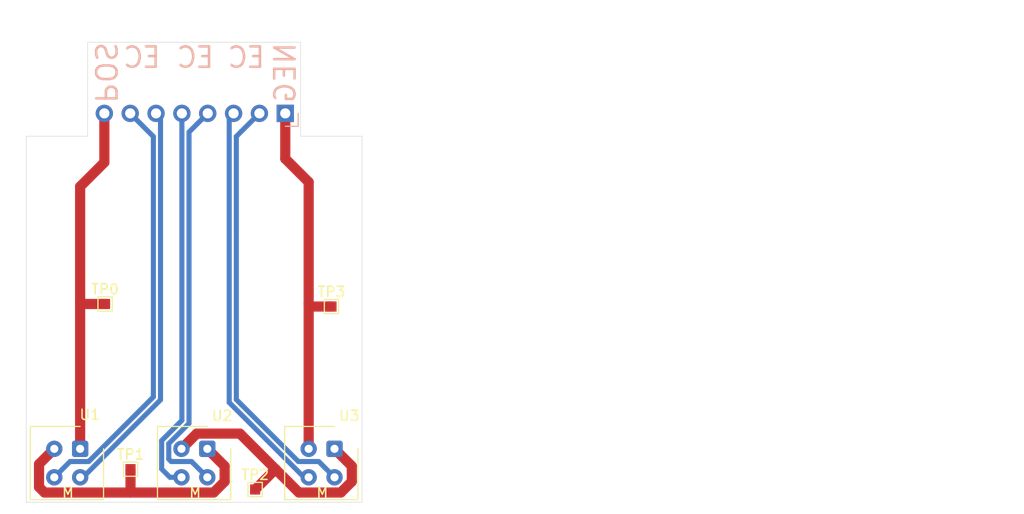
<source format=kicad_pcb>
(kicad_pcb (version 20211014) (generator pcbnew)
  (layers (0 "F.Cu" signal) (31 "B.Cu" signal) (34 "B.Paste" user) (35 "F.Paste" user) (36 "B.SilkS" user "B.Silkscreen") (37 "F.SilkS" user "F.Silkscreen") (38 "B.Mask" user) (39 "F.Mask" user) (44 "Edge.Cuts" user))
  (net 0 "")
  (net 1 "/NEG")
  (net 2 "/E1")
  (net 3 "/C1")
  (net 4 "/POS")
  (net 5 "Net-(TP1-Pad1)")
  (net 6 "/E2")
  (net 7 "/C2")
  (net 8 "/E3")
  (net 9 "/C3")
  (net 10 "Net-(TP2-Pad1)")
  (footprint "Mounting_Holes:MountingHole_3.2mm_M3" (layer "F.Cu") (at 162.75 110)
    (fp_text reference "H1" hide)
    (fp_text value "MountingHole")
    (pad "" np_thru_hole circle locked (at 0 0) (size 3.2 3.2) (drill 3.2) (layers *.Cu *.Mask))
  )
  (footprint "OptoDevice:Vishay_CNY70" (layer "F.Cu") (at 157.8 131 -90)
    (fp_text reference "U1" (at -3.35 -0.95 180) (layer "F.SilkS"))
    (fp_text value "CNY70")
    (fp_text user "M" (at 4.3 1.2 unlocked) (layer "F.SilkS"))
    (fp_line (start -2.2 0) (end -2.2 4.9) (layer "F.SilkS") (width 0.12))
    (fp_line (start 5 4.9) (end 5 -2.3) (layer "F.SilkS") (width 0.12))
    (fp_line (start -2.2 4.9) (end 5 4.9) (layer "F.SilkS") (width 0.12))
    (fp_line (start 5 -2.3) (end 0 -2.3) (layer "F.SilkS") (width 0.12))
    (pad "1" thru_hole roundrect (at 0 0 270) (size 1.6 1.6) (drill 0.8) (layers *.Cu *.Mask) (roundrect_rratio 0.156) (net 4 "/POS"))
    (pad "2" thru_hole circle (at 0 2.54 270) (size 1.6 1.6) (drill 0.8) (layers *.Cu *.Mask) (net 5 "Net-(TP1-Pad1)"))
    (pad "3" thru_hole circle (at 2.8 2.54 270) (size 1.6 1.6) (drill 0.8) (layers *.Cu *.Mask) (net 3 "/C1"))
    (pad "4" thru_hole circle (at 2.8 0 270) (size 1.6 1.6) (drill 0.8) (layers *.Cu *.Mask) (net 2 "/E1"))
  )
  (footprint "OptoDevice:Vishay_CNY70" (layer "F.Cu") (at 170.3 131 -90)
    (fp_text reference "U2" (at -3.25 -1.45 180) (layer "F.SilkS"))
    (fp_text value "CNY70")
    (fp_text user "M" (at 4.3 1.2 unlocked) (layer "F.SilkS"))
    (fp_line (start 5 4.9) (end 5 -2.3) (layer "F.SilkS") (width 0.12))
    (fp_line (start -2.2 4.9) (end 5 4.9) (layer "F.SilkS") (width 0.12))
    (fp_line (start -2.2 0) (end -2.2 4.9) (layer "F.SilkS") (width 0.12))
    (fp_line (start 5 -2.3) (end 0 -2.3) (layer "F.SilkS") (width 0.12))
    (pad "1" thru_hole roundrect (at 0 0 270) (size 1.6 1.6) (drill 0.8) (layers *.Cu *.Mask) (roundrect_rratio 0.156) (net 5 "Net-(TP1-Pad1)"))
    (pad "2" thru_hole circle (at 0 2.54 270) (size 1.6 1.6) (drill 0.8) (layers *.Cu *.Mask) (net 10 "Net-(TP2-Pad1)"))
    (pad "3" thru_hole circle (at 2.8 2.54 270) (size 1.6 1.6) (drill 0.8) (layers *.Cu *.Mask) (net 7 "/C2"))
    (pad "4" thru_hole circle (at 2.8 0 270) (size 1.6 1.6) (drill 0.8) (layers *.Cu *.Mask) (net 6 "/E2"))
  )
  (footprint "Mounting_Holes:MountingHole_3.2mm_M3" (layer "F.Cu") (at 175.25 110)
    (fp_text reference "H2" hide)
    (fp_text value "MountingHole")
    (pad "" np_thru_hole circle locked (at 0 0) (size 3.2 3.2) (drill 3.2) (layers *.Cu *.Mask))
  )
  (footprint "OptoDevice:Vishay_CNY70" (layer "F.Cu") (at 182.8 131 -90)
    (fp_text reference "U3" (at -3.25 -1.45 180) (layer "F.SilkS"))
    (fp_text value "CNY70")
    (fp_text user "M" (at 4.3 1.2 unlocked) (layer "F.SilkS"))
    (fp_line (start -2.2 0) (end -2.2 4.9) (layer "F.SilkS") (width 0.12))
    (fp_line (start 5 4.9) (end 5 -2.3) (layer "F.SilkS") (width 0.12))
    (fp_line (start 5 -2.3) (end 0 -2.3) (layer "F.SilkS") (width 0.12))
    (fp_line (start -2.2 4.9) (end 5 4.9) (layer "F.SilkS") (width 0.12))
    (pad "1" thru_hole roundrect (at 0 0 270) (size 1.6 1.6) (drill 0.8) (layers *.Cu *.Mask) (roundrect_rratio 0.156) (net 10 "Net-(TP2-Pad1)"))
    (pad "2" thru_hole circle (at 0 2.54 270) (size 1.6 1.6) (drill 0.8) (layers *.Cu *.Mask) (net 1 "/NEG"))
    (pad "3" thru_hole circle (at 2.8 2.54 270) (size 1.6 1.6) (drill 0.8) (layers *.Cu *.Mask) (net 9 "/C3"))
    (pad "4" thru_hole circle (at 2.8 0 270) (size 1.6 1.6) (drill 0.8) (layers *.Cu *.Mask) (net 8 "/E3"))
  )
  (footprint "TestPoint:TestPoint_Pad_1.0x1.0mm" (layer "F.Cu") (at 175 135)
    (fp_text reference "TP2" (at 0 -1.448) (layer "F.SilkS"))
    (fp_text value "TestPoint")
    (fp_line (start -0.7 0.7) (end -0.7 -0.7) (layer "F.SilkS") (width 0.12))
    (fp_line (start -0.7 -0.7) (end 0.7 -0.7) (layer "F.SilkS") (width 0.12))
    (fp_line (start 0.7 0.7) (end -0.7 0.7) (layer "F.SilkS") (width 0.12))
    (fp_line (start 0.7 -0.7) (end 0.7 0.7) (layer "F.SilkS") (width 0.12))
    (pad "1" smd rect locked (at 0 0) (size 1 1) (layers "F.Cu" "F.Mask") (net 10 "Net-(TP2-Pad1)"))
  )
  (footprint "TestPoint:TestPoint_Pad_1.0x1.0mm" (layer "F.Cu") (at 182.5 117)
    (fp_text reference "TP3" (at 0 -1.448) (layer "F.SilkS"))
    (fp_text value "TestPoint")
    (fp_line (start -0.7 -0.7) (end 0.7 -0.7) (layer "F.SilkS") (width 0.12))
    (fp_line (start -0.7 0.7) (end -0.7 -0.7) (layer "F.SilkS") (width 0.12))
    (fp_line (start 0.7 -0.7) (end 0.7 0.7) (layer "F.SilkS") (width 0.12))
    (fp_line (start 0.7 0.7) (end -0.7 0.7) (layer "F.SilkS") (width 0.12))
    (pad "1" smd rect locked (at 0 0) (size 1 1) (layers "F.Cu" "F.Mask") (net 1 "/NEG"))
  )
  (footprint "TestPoint:TestPoint_Pad_1.0x1.0mm" (layer "F.Cu") (at 160.25 116.75)
    (fp_text reference "TP0" (at 0 -1.448) (layer "F.SilkS"))
    (fp_text value "TestPoint")
    (fp_line (start 0.7 -0.7) (end 0.7 0.7) (layer "F.SilkS") (width 0.12))
    (fp_line (start -0.7 -0.7) (end 0.7 -0.7) (layer "F.SilkS") (width 0.12))
    (fp_line (start 0.7 0.7) (end -0.7 0.7) (layer "F.SilkS") (width 0.12))
    (fp_line (start -0.7 0.7) (end -0.7 -0.7) (layer "F.SilkS") (width 0.12))
    (pad "1" smd rect locked (at 0 0) (size 1 1) (layers "F.Cu" "F.Mask") (net 4 "/POS"))
  )
  (footprint "TestPoint:TestPoint_Pad_1.0x1.0mm" (layer "F.Cu") (at 162.75 133)
    (fp_text reference "TP1" (at 0 -1.448) (layer "F.SilkS"))
    (fp_text value "TestPoint")
    (fp_line (start 0.7 -0.7) (end 0.7 0.7) (layer "F.SilkS") (width 0.12))
    (fp_line (start 0.7 0.7) (end -0.7 0.7) (layer "F.SilkS") (width 0.12))
    (fp_line (start -0.7 0.7) (end -0.7 -0.7) (layer "F.SilkS") (width 0.12))
    (fp_line (start -0.7 -0.7) (end 0.7 -0.7) (layer "F.SilkS") (width 0.12))
    (pad "1" smd rect locked (at 0 0) (size 1 1) (layers "F.Cu" "F.Mask") (net 5 "Net-(TP1-Pad1)"))
  )
  (footprint "Connector_PinHeader_2.54mm:PinHeader_1x08_P2.54mm_Horizontal" (layer "B.Cu") (at 177.96 98 90)
    (fp_text reference "J1" hide)
    (fp_text value "Conn_01x10_Male")
    (fp_line (start -1.27 0) (end -1.27 1.27) (layer "B.SilkS") (width 0.12))
    (fp_line (start -1.27 1.27) (end 0 1.27) (layer "B.SilkS") (width 0.12))
    (pad "1" thru_hole rect (at 0 0 90) (size 1.7 1.7) (drill 1) (layers *.Cu *.Mask) (net 1 "/NEG"))
    (pad "2" thru_hole oval (at 0 -2.54 90) (size 1.7 1.7) (drill 1) (layers *.Cu *.Mask) (net 8 "/E3"))
    (pad "3" thru_hole oval (at 0 -5.08 90) (size 1.7 1.7) (drill 1) (layers *.Cu *.Mask) (net 9 "/C3"))
    (pad "4" thru_hole oval (at 0 -7.62 90) (size 1.7 1.7) (drill 1) (layers *.Cu *.Mask) (net 6 "/E2"))
    (pad "5" thru_hole oval (at 0 -10.16 90) (size 1.7 1.7) (drill 1) (layers *.Cu *.Mask) (net 7 "/C2"))
    (pad "6" thru_hole oval (at 0 -12.7 90) (size 1.7 1.7) (drill 1) (layers *.Cu *.Mask) (net 2 "/E1"))
    (pad "7" thru_hole oval (at 0 -15.24 90) (size 1.7 1.7) (drill 1) (layers *.Cu *.Mask) (net 3 "/C1"))
    (pad "8" thru_hole oval (at 0 -17.78 90) (size 1.7 1.7) (drill 1) (layers *.Cu *.Mask) (net 4 "/POS"))
  )
  (gr_line (start 152.5 100.25) (end 152.5 136.25) (layer "Edge.Cuts") (width 0.05))
  (gr_line (start 179.46 100.25) (end 179.46 91) (layer "Edge.Cuts") (width 0.05))
  (gr_line (start 158.54 100.25) (end 158.54 91) (layer "Edge.Cuts") (width 0.05))
  (gr_line (start 179.46 91) (end 158.54 91) (layer "Edge.Cuts") (width 0.05))
  (gr_line (start 152.5 100.25) (end 158.54 100.25) (layer "Edge.Cuts") (width 0.05))
  (gr_line (start 185.5 100.25) (end 179.46 100.25) (layer "Edge.Cuts") (width 0.05))
  (gr_line (start 152.5 136.25) (end 185.5 136.25) (layer "Edge.Cuts") (width 0.05))
  (gr_line (start 185.5 136.25) (end 185.5 100.25) (layer "Edge.Cuts") (width 0.05))
  (gr_text "NEG" (at 177.96 94 -270) (layer "B.SilkS") (effects (font (size 2 2) (thickness 0.25)) (justify mirror)))
  (gr_text "C" (at 163.04 92.5) (layer "B.SilkS") (effects (font (size 2 2) (thickness 0.25)) (justify mirror)))
  (gr_text "C" (at 168.29 92.5) (layer "B.SilkS") (effects (font (size 2 2) (thickness 0.25)) (justify mirror)))
  (gr_text "E" (at 164.79 92.5) (layer "B.SilkS") (effects (font (size 2 2) (thickness 0.25)) (justify mirror)))
  (gr_text "E" (at 170.04 92.5) (layer "B.SilkS") (effects (font (size 2 2) (thickness 0.25)) (justify mirror)))
  (gr_text "E" (at 175.04 92.5) (layer "B.SilkS") (effects (font (size 2 2) (thickness 0.25)) (justify mirror)))
  (gr_text "C" (at 173.29 92.5) (layer "B.SilkS") (effects (font (size 2 2) (thickness 0.25)) (justify mirror)))
  (gr_text "POS" (at 160.29 94 -90) (layer "B.SilkS") (effects (font (size 2 2) (thickness 0.25)) (justify mirror)))
  (segment (start 180.26 104.76) (end 177.96 102.46) (width 1) (layer "F.Cu") (net 1))
  (segment (start 180.26 131) (end 180.26 116.74) (width 1) (layer "F.Cu") (net 1))
  (segment (start 182.5 117) (end 180.52 117) (width 1) (layer "F.Cu") (net 1))
  (segment (start 180.52 117) (end 180.26 116.74) (width 1) (layer "F.Cu") (net 1))
  (segment (start 177.96 102.46) (end 177.96 98) (width 1) (layer "F.Cu") (net 1))
  (segment (start 180.26 116.74) (end 180.26 104.76) (width 1) (layer "F.Cu") (net 1))
  (segment (start 158.078774 133.8) (end 165.699519 126.179255) (width 0.5) (layer "B.Cu") (net 2))
  (segment (start 165.699519 98.439519) (end 165.26 98) (width 0.5) (layer "B.Cu") (net 2))
  (segment (start 157.8 133.8) (end 158.078774 133.8) (width 0.5) (layer "B.Cu") (net 2))
  (segment (start 165.699519 126.179255) (end 165.699519 98.439519) (width 0.5) (layer "B.Cu") (net 2))
  (segment (start 156.81048 132.24952) (end 158.639984 132.24952) (width 0.5) (layer "B.Cu") (net 3))
  (segment (start 158.639984 132.24952) (end 165 125.889504) (width 0.5) (layer "B.Cu") (net 3))
  (segment (start 165 100.28) (end 162.72 98) (width 0.5) (layer "B.Cu") (net 3))
  (segment (start 165 125.889504) (end 165 100.28) (width 0.5) (layer "B.Cu") (net 3))
  (segment (start 155.26 133.8) (end 156.81048 132.24952) (width 0.5) (layer "B.Cu") (net 3))
  (segment (start 160.25 116.75) (end 157.85 116.75) (width 1) (layer "F.Cu") (net 4))
  (segment (start 157.8 116.7) (end 157.8 105.2) (width 1) (layer "F.Cu") (net 4))
  (segment (start 157.8 105.2) (end 160.18 102.82) (width 1) (layer "F.Cu") (net 4))
  (segment (start 157.85 116.75) (end 157.8 116.7) (width 1) (layer "F.Cu") (net 4))
  (segment (start 160.18 102.82) (end 160.18 98) (width 1) (layer "F.Cu") (net 4))
  (segment (start 157.8 131) (end 157.8 116.7) (width 1) (layer "F.Cu") (net 4))
  (segment (start 162.700489 135.299511) (end 170.921119 135.299511) (width 1) (layer "F.Cu") (net 5))
  (segment (start 154.299511 135.299511) (end 162.700489 135.299511) (width 1) (layer "F.Cu") (net 5))
  (segment (start 153.760489 132.499511) (end 153.760489 134.760489) (width 1) (layer "F.Cu") (net 5))
  (segment (start 162.75 135.25) (end 162.700489 135.299511) (width 1) (layer "F.Cu") (net 5))
  (segment (start 172 132.7) (end 170.3 131) (width 1) (layer "F.Cu") (net 5))
  (segment (start 153.760489 134.760489) (end 154.299511 135.299511) (width 1) (layer "F.Cu") (net 5))
  (segment (start 172 134.22063) (end 172 132.7) (width 1) (layer "F.Cu") (net 5))
  (segment (start 170.921119 135.299511) (end 172 134.22063) (width 1) (layer "F.Cu") (net 5))
  (segment (start 162.75 133) (end 162.75 135.25) (width 1) (layer "F.Cu") (net 5))
  (segment (start 155.26 131) (end 153.760489 132.499511) (width 1) (layer "F.Cu") (net 5))
  (segment (start 166.510489 132.010489) (end 166.510489 130.482435) (width 0.5) (layer "B.Cu") (net 6))
  (segment (start 166.510489 130.482435) (end 168.5 128.492924) (width 0.5) (layer "B.Cu") (net 6))
  (segment (start 170.3 133.8) (end 168.749511 132.249511) (width 0.5) (layer "B.Cu") (net 6))
  (segment (start 168.749511 132.249511) (end 166.749511 132.249511) (width 0.5) (layer "B.Cu") (net 6))
  (segment (start 168.5 99.84) (end 170.34 98) (width 0.5) (layer "B.Cu") (net 6))
  (segment (start 168.5 128.492924) (end 168.5 99.84) (width 0.5) (layer "B.Cu") (net 6))
  (segment (start 166.749511 132.249511) (end 166.510489 132.010489) (width 0.5) (layer "B.Cu") (net 6))
  (segment (start 166.62863 133.8) (end 165.810969 132.982339) (width 0.5) (layer "B.Cu") (net 7))
  (segment (start 165.810969 132.982339) (end 165.810969 130.189031) (width 0.5) (layer "B.Cu") (net 7))
  (segment (start 167.8 128.2) (end 167.8 98) (width 0.5) (layer "B.Cu") (net 7))
  (segment (start 165.810969 130.189031) (end 167.8 128.2) (width 0.5) (layer "B.Cu") (net 7))
  (segment (start 167.76 133.8) (end 166.62863 133.8) (width 0.5) (layer "B.Cu") (net 7))
  (segment (start 179.249511 132.249511) (end 173.150479 126.150479) (width 0.5) (layer "B.Cu") (net 8))
  (segment (start 181.249511 132.249511) (end 179.249511 132.249511) (width 0.5) (layer "B.Cu") (net 8))
  (segment (start 173.150479 100.269521) (end 175.42 98) (width 0.5) (layer "B.Cu") (net 8))
  (segment (start 173.150479 126.150479) (end 173.150479 100.269521) (width 0.5) (layer "B.Cu") (net 8))
  (segment (start 182.8 133.8) (end 181.249511 132.249511) (width 0.5) (layer "B.Cu") (net 8))
  (segment (start 179.81073 133.8) (end 180.26 133.8) (width 0.5) (layer "B.Cu") (net 9))
  (segment (start 172.88 98) (end 172.45096 98.42904) (width 0.5) (layer "B.Cu") (net 9))
  (segment (start 172.450959 126.440229) (end 179.81073 133.8) (width 0.5) (layer "B.Cu") (net 9))
  (segment (start 172.45096 98.42904) (end 172.450959 126.440229) (width 0.5) (layer "B.Cu") (net 9))
  (segment (start 184.5 134.22063) (end 184.5 132.7) (width 1) (layer "F.Cu") (net 10))
  (segment (start 175 135) (end 177 133) (width 1) (layer "F.Cu") (net 10))
  (segment (start 179.299511 135.299511) (end 183.421119 135.299511) (width 1) (layer "F.Cu") (net 10))
  (segment (start 177 133) (end 179.299511 135.299511) (width 1) (layer "F.Cu") (net 10))
  (segment (start 183.421119 135.299511) (end 184.5 134.22063) (width 1) (layer "F.Cu") (net 10))
  (segment (start 167.76 131) (end 169.25952 129.50048) (width 1) (layer "F.Cu") (net 10))
  (segment (start 184.5 132.7) (end 182.8 131) (width 1) (layer "F.Cu") (net 10))
  (segment (start 173.50048 129.50048) (end 177 133) (width 1) (layer "F.Cu") (net 10))
  (segment (start 169.25952 129.50048) (end 173.50048 129.50048) (width 1) (layer "F.Cu") (net 10))
)
</source>
